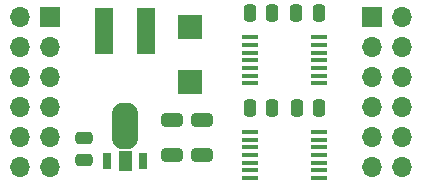
<source format=gts>
%TF.GenerationSoftware,KiCad,Pcbnew,(6.0.5)*%
%TF.CreationDate,2024-06-23T18:03:47+02:00*%
%TF.ProjectId,pmod_level_shifter_8p,706d6f64-5f6c-4657-9665-6c5f73686966,rev?*%
%TF.SameCoordinates,Original*%
%TF.FileFunction,Soldermask,Top*%
%TF.FilePolarity,Negative*%
%FSLAX46Y46*%
G04 Gerber Fmt 4.6, Leading zero omitted, Abs format (unit mm)*
G04 Created by KiCad (PCBNEW (6.0.5)) date 2024-06-23 18:03:47*
%MOMM*%
%LPD*%
G01*
G04 APERTURE LIST*
G04 Aperture macros list*
%AMRoundRect*
0 Rectangle with rounded corners*
0 $1 Rounding radius*
0 $2 $3 $4 $5 $6 $7 $8 $9 X,Y pos of 4 corners*
0 Add a 4 corners polygon primitive as box body*
4,1,4,$2,$3,$4,$5,$6,$7,$8,$9,$2,$3,0*
0 Add four circle primitives for the rounded corners*
1,1,$1+$1,$2,$3*
1,1,$1+$1,$4,$5*
1,1,$1+$1,$6,$7*
1,1,$1+$1,$8,$9*
0 Add four rect primitives between the rounded corners*
20,1,$1+$1,$2,$3,$4,$5,0*
20,1,$1+$1,$4,$5,$6,$7,0*
20,1,$1+$1,$6,$7,$8,$9,0*
20,1,$1+$1,$8,$9,$2,$3,0*%
G04 Aperture macros list end*
%ADD10C,1.700000*%
%ADD11C,0.010000*%
%ADD12R,1.500000X4.000000*%
%ADD13RoundRect,0.250000X-0.250000X-0.475000X0.250000X-0.475000X0.250000X0.475000X-0.250000X0.475000X0*%
%ADD14RoundRect,0.250000X-0.475000X0.250000X-0.475000X-0.250000X0.475000X-0.250000X0.475000X0.250000X0*%
%ADD15R,2.150000X2.150000*%
%ADD16R,0.800000X1.400000*%
%ADD17RoundRect,0.250000X0.250000X0.475000X-0.250000X0.475000X-0.250000X-0.475000X0.250000X-0.475000X0*%
%ADD18RoundRect,0.250000X-0.650000X0.325000X-0.650000X-0.325000X0.650000X-0.325000X0.650000X0.325000X0*%
%ADD19R,1.700000X1.700000*%
%ADD20O,1.700000X1.700000*%
%ADD21R,1.475000X0.450000*%
G04 APERTURE END LIST*
%TO.C,U1*%
G36*
X143250000Y-99150000D02*
G01*
X142725000Y-99150000D01*
X142725000Y-96975000D01*
X143250000Y-96975000D01*
X143250000Y-99150000D01*
G37*
D10*
X143250000Y-99150000D02*
X142725000Y-99150000D01*
X142725000Y-96975000D01*
X143250000Y-96975000D01*
X143250000Y-99150000D01*
G36*
X143500000Y-101780000D02*
G01*
X142500000Y-101780000D01*
X142500000Y-100180000D01*
X143500000Y-100180000D01*
X143500000Y-101780000D01*
G37*
D11*
X143500000Y-101780000D02*
X142500000Y-101780000D01*
X142500000Y-100180000D01*
X143500000Y-100180000D01*
X143500000Y-101780000D01*
%TD*%
D12*
%TO.C,L1*%
X141200000Y-90000000D03*
X144800000Y-90000000D03*
%TD*%
D13*
%TO.C,C4*%
X153550000Y-96500000D03*
X155450000Y-96500000D03*
%TD*%
D14*
%TO.C,C1*%
X139500000Y-99050000D03*
X139500000Y-100950000D03*
%TD*%
D13*
%TO.C,C5*%
X153550000Y-88500000D03*
X155450000Y-88500000D03*
%TD*%
D15*
%TO.C,D1*%
X148500000Y-94300000D03*
X148500000Y-89700000D03*
%TD*%
D16*
%TO.C,U1*%
X141501000Y-100981000D03*
X144499000Y-100981000D03*
%TD*%
D17*
%TO.C,C6*%
X159450000Y-96500000D03*
X157550000Y-96500000D03*
%TD*%
D18*
%TO.C,C3*%
X147000000Y-97525000D03*
X147000000Y-100475000D03*
%TD*%
D19*
%TO.C,PMOD1*%
X136650000Y-88830000D03*
D20*
X136650000Y-91370000D03*
X136650000Y-93910000D03*
X136650000Y-96450000D03*
X136650000Y-98990000D03*
X136650000Y-101530000D03*
X134110000Y-88830000D03*
X134110000Y-91370000D03*
X134110000Y-93910000D03*
X134110000Y-96450000D03*
X134110000Y-98990000D03*
X134110000Y-101530000D03*
%TD*%
D21*
%TO.C,IC1*%
X153562000Y-90550000D03*
X153562000Y-91200000D03*
X153562000Y-91850000D03*
X153562000Y-92500000D03*
X153562000Y-93150000D03*
X153562000Y-93800000D03*
X153562000Y-94450000D03*
X159438000Y-94450000D03*
X159438000Y-93800000D03*
X159438000Y-93150000D03*
X159438000Y-92500000D03*
X159438000Y-91850000D03*
X159438000Y-91200000D03*
X159438000Y-90550000D03*
%TD*%
D19*
%TO.C,J1*%
X163875000Y-88830000D03*
D20*
X163875000Y-91370000D03*
X163875000Y-93910000D03*
X163875000Y-96450000D03*
X163875000Y-98990000D03*
X163875000Y-101530000D03*
X166415000Y-88830000D03*
X166415000Y-91370000D03*
X166415000Y-93910000D03*
X166415000Y-96450000D03*
X166415000Y-98990000D03*
X166415000Y-101530000D03*
%TD*%
D21*
%TO.C,IC2*%
X153562000Y-98550000D03*
X153562000Y-99200000D03*
X153562000Y-99850000D03*
X153562000Y-100500000D03*
X153562000Y-101150000D03*
X153562000Y-101800000D03*
X153562000Y-102450000D03*
X159438000Y-102450000D03*
X159438000Y-101800000D03*
X159438000Y-101150000D03*
X159438000Y-100500000D03*
X159438000Y-99850000D03*
X159438000Y-99200000D03*
X159438000Y-98550000D03*
%TD*%
D17*
%TO.C,C7*%
X159400000Y-88500000D03*
X157500000Y-88500000D03*
%TD*%
D18*
%TO.C,C2*%
X149500000Y-97525000D03*
X149500000Y-100475000D03*
%TD*%
M02*

</source>
